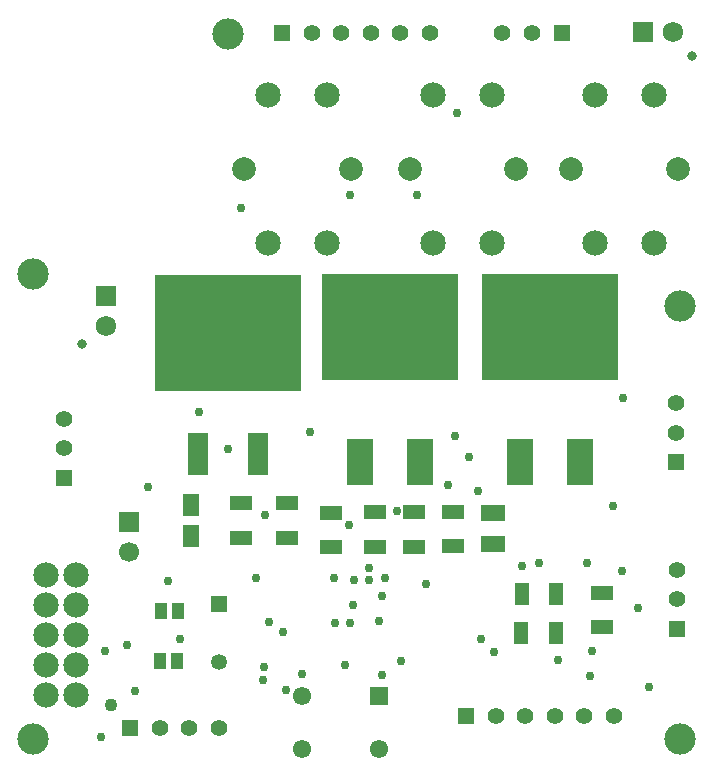
<source format=gts>
G04*
G04 #@! TF.GenerationSoftware,Altium Limited,Altium Designer,24.1.2 (44)*
G04*
G04 Layer_Color=8388736*
%FSLAX25Y25*%
%MOIN*%
G70*
G04*
G04 #@! TF.SameCoordinates,9647829F-9D65-4518-952E-74710912C15A*
G04*
G04*
G04 #@! TF.FilePolarity,Negative*
G04*
G01*
G75*
%ADD21R,0.04152X0.05339*%
%ADD27R,0.08150X0.05709*%
%ADD28R,0.07284X0.04921*%
%ADD29R,0.08780X0.15591*%
%ADD30R,0.45591X0.35591*%
%ADD31R,0.04921X0.07284*%
%ADD32R,0.06890X0.14370*%
%ADD33R,0.48622X0.38976*%
%ADD34R,0.07677X0.05118*%
%ADD35R,0.05512X0.07677*%
%ADD36R,0.05315X0.05315*%
%ADD37C,0.05315*%
%ADD38C,0.07874*%
%ADD39C,0.08465*%
%ADD40C,0.06693*%
%ADD41R,0.06693X0.06693*%
%ADD42R,0.06102X0.06102*%
%ADD43C,0.06102*%
%ADD44R,0.05512X0.05512*%
%ADD45C,0.05512*%
%ADD46R,0.05512X0.05512*%
%ADD47R,0.06791X0.06791*%
%ADD48C,0.06791*%
%ADD49C,0.03150*%
%ADD50R,0.06791X0.06791*%
%ADD51C,0.04331*%
%ADD52C,0.10433*%
%ADD53C,0.02953*%
D21*
X52643Y52800D02*
D03*
X58357D02*
D03*
X58157Y36100D02*
D03*
X52443D02*
D03*
D27*
X163600Y85415D02*
D03*
Y75100D02*
D03*
D28*
X199700Y47400D02*
D03*
Y58817D02*
D03*
X150000Y74291D02*
D03*
Y85709D02*
D03*
X137200Y74191D02*
D03*
Y85609D02*
D03*
X124100Y74191D02*
D03*
Y85609D02*
D03*
X94800Y88609D02*
D03*
Y77191D02*
D03*
X109400Y73991D02*
D03*
Y85409D02*
D03*
D29*
X139000Y102500D02*
D03*
X119000D02*
D03*
X192500D02*
D03*
X172500D02*
D03*
D30*
X129000Y147500D02*
D03*
X182500D02*
D03*
D31*
X172983Y58500D02*
D03*
X184400D02*
D03*
X184309Y45400D02*
D03*
X172891D02*
D03*
D32*
X65000Y105047D02*
D03*
X85000D02*
D03*
D33*
X75000Y145500D02*
D03*
D34*
X79400Y88906D02*
D03*
Y77094D02*
D03*
D35*
X62900Y88018D02*
D03*
Y77782D02*
D03*
D36*
X72200Y55006D02*
D03*
D37*
Y35794D02*
D03*
D38*
X80567Y200000D02*
D03*
X116000D02*
D03*
X189598D02*
D03*
X225032D02*
D03*
X135642D02*
D03*
X171075D02*
D03*
D39*
X108126Y224606D02*
D03*
Y175394D02*
D03*
X88441Y224606D02*
D03*
Y175394D02*
D03*
X217158Y224606D02*
D03*
Y175394D02*
D03*
X197472Y224606D02*
D03*
Y175394D02*
D03*
X163201Y224606D02*
D03*
Y175394D02*
D03*
X143516Y224606D02*
D03*
Y175394D02*
D03*
X14500Y64600D02*
D03*
Y54600D02*
D03*
Y44600D02*
D03*
Y34600D02*
D03*
Y24600D02*
D03*
X24500Y64600D02*
D03*
Y54600D02*
D03*
Y44600D02*
D03*
Y34600D02*
D03*
Y24600D02*
D03*
D40*
X42100Y72300D02*
D03*
D41*
Y82300D02*
D03*
D42*
X125495Y24358D02*
D03*
D43*
X99905D02*
D03*
X125495Y6642D02*
D03*
X99905D02*
D03*
D44*
X154515Y17800D02*
D03*
X186300Y245500D02*
D03*
X93157D02*
D03*
X42515Y13600D02*
D03*
D45*
X164358Y17800D02*
D03*
X174200D02*
D03*
X184043D02*
D03*
X193885D02*
D03*
X203728D02*
D03*
X224867Y56700D02*
D03*
Y66543D02*
D03*
X224600Y112100D02*
D03*
Y121943D02*
D03*
X176457Y245500D02*
D03*
X166615D02*
D03*
X142370D02*
D03*
X132528D02*
D03*
X122685D02*
D03*
X112843D02*
D03*
X103000D02*
D03*
X20600Y107000D02*
D03*
Y116843D02*
D03*
X52357Y13600D02*
D03*
X62200D02*
D03*
X72043D02*
D03*
D46*
X224867Y46858D02*
D03*
X224600Y102258D02*
D03*
X20600Y97158D02*
D03*
D47*
X213600Y245600D02*
D03*
D48*
X223443D02*
D03*
X34300Y147900D02*
D03*
D49*
X229742Y237726D02*
D03*
X26426Y141601D02*
D03*
D50*
X34300Y157743D02*
D03*
D51*
X36216Y21474D02*
D03*
D52*
X10000Y165000D02*
D03*
Y10000D02*
D03*
X225800Y10200D02*
D03*
X225700Y154300D02*
D03*
X75000Y245000D02*
D03*
D53*
X117000Y63000D02*
D03*
X110500Y63700D02*
D03*
X126600Y57900D02*
D03*
X125300Y49400D02*
D03*
X110700Y48800D02*
D03*
X84400Y63900D02*
D03*
X55200Y62800D02*
D03*
X122100Y67200D02*
D03*
X122000Y63000D02*
D03*
X127300Y63900D02*
D03*
X215300Y27300D02*
D03*
X195900Y31200D02*
D03*
X196400Y39500D02*
D03*
X34000Y39400D02*
D03*
X41600Y41500D02*
D03*
X59000Y43500D02*
D03*
X93500Y45900D02*
D03*
X115800Y48600D02*
D03*
X116700Y54600D02*
D03*
X86763Y29700D02*
D03*
X99700Y31700D02*
D03*
X94400Y26400D02*
D03*
X114200Y34800D02*
D03*
X44100Y26000D02*
D03*
X32800Y10900D02*
D03*
X87200Y34100D02*
D03*
X88800Y49200D02*
D03*
X87300Y84800D02*
D03*
X102500Y112400D02*
D03*
X206331Y66069D02*
D03*
X211800Y53600D02*
D03*
X206800Y123800D02*
D03*
X178800Y68800D02*
D03*
X173000Y67800D02*
D03*
X203400Y87900D02*
D03*
X132800Y36200D02*
D03*
X48300Y94100D02*
D03*
X150900Y111200D02*
D03*
X155600Y104200D02*
D03*
X151300Y218900D02*
D03*
X141200Y61600D02*
D03*
X158372Y92900D02*
D03*
X148400Y94900D02*
D03*
X131300Y86200D02*
D03*
X115300Y81300D02*
D03*
X126600Y31500D02*
D03*
X159600Y43400D02*
D03*
X185200Y36500D02*
D03*
X163900Y39200D02*
D03*
X194700Y68800D02*
D03*
X79400Y187200D02*
D03*
X75000Y106900D02*
D03*
X65300Y119000D02*
D03*
X115800Y191500D02*
D03*
X138200D02*
D03*
M02*

</source>
